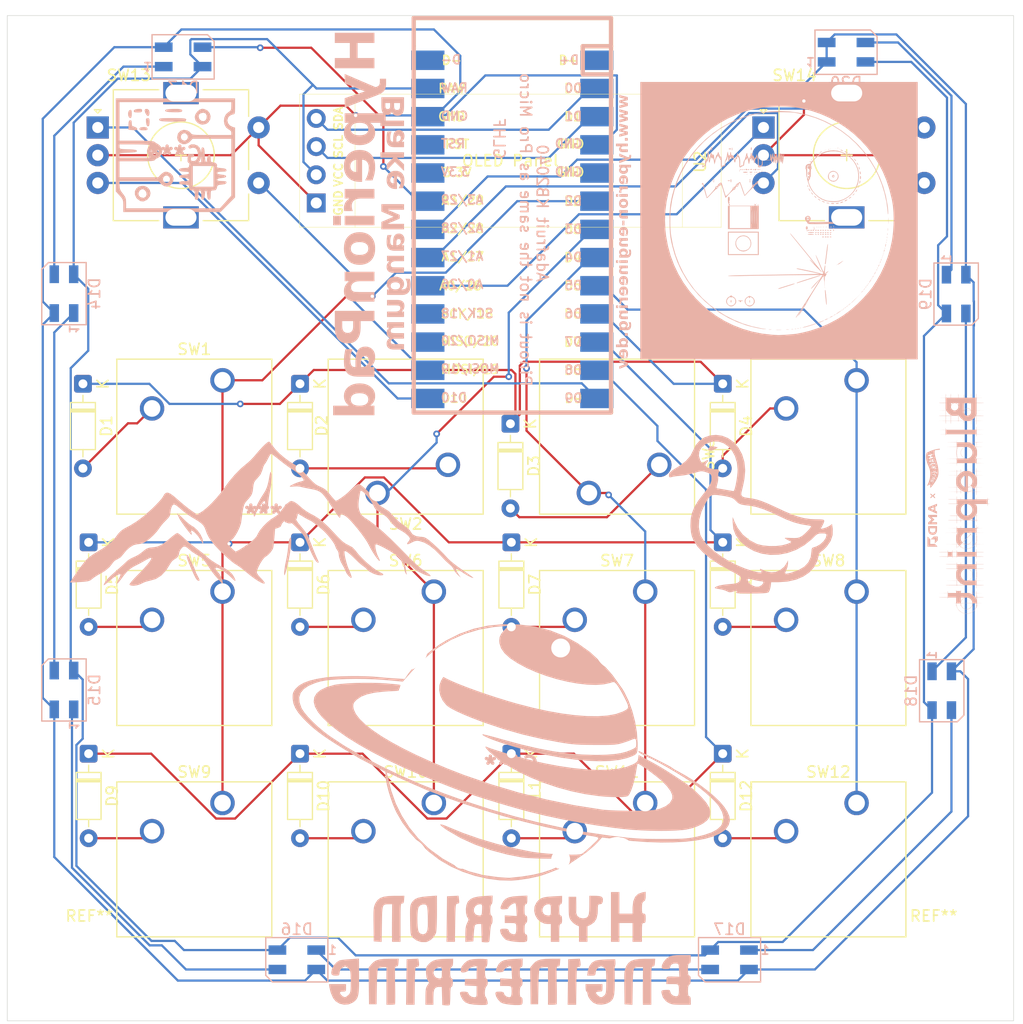
<source format=kicad_pcb>
(kicad_pcb (version 20241229) (generator "pcbnew") (generator_version "9.0")
  (layers (0 "F.Cu" signal) (2 "B.Cu" signal) (13 "F.Paste" user) (15 "B.Paste" user) (5 "F.SilkS" user "F.Silkscreen") (7 "B.SilkS" user "B.Silkscreen") (1 "F.Mask" user) (3 "B.Mask" user) (25 "Edge.Cuts" user))
  (net 0 "")
  (net 1 "Net-(D1-A)")
  (net 2 "D6")
  (net 3 "Net-(D2-A)")
  (net 4 "Net-(D3-A)")
  (net 5 "Net-(D4-A)")
  (net 6 "D1")
  (net 7 "Net-(D5-A)")
  (net 8 "Net-(D6-A)")
  (net 9 "Net-(D7-A)")
  (net 10 "Net-(D8-A)")
  (net 11 "D8")
  (net 12 "Net-(D9-A)")
  (net 13 "Net-(D10-A)")
  (net 14 "Net-(D11-A)")
  (net 15 "Net-(D12-A)")
  (net 16 "D0")
  (net 17 "PWR")
  (net 18 "A3{slash}D29")
  (net 19 "Net-(D13-DOUT)")
  (net 20 "Net-(D14-DOUT)")
  (net 21 "Net-(D15-DOUT)")
  (net 22 "Net-(D16-DOUT)")
  (net 23 "Net-(D17-DOUT)")
  (net 24 "Net-(D18-DOUT)")
  (net 25 "Net-(D19-DOUT)")
  (net 26 "D2")
  (net 27 "D3")
  (net 28 "D4")
  (net 29 "D5")
  (net 30 "MOSI{slash}D19")
  (net 31 "D9")
  (net 32 "D10")
  (net 33 "GND")
  (net 34 "A0{slash}D26")
  (net 35 "A2{slash}D28")
  (net 37 "A1{slash}D27")
  (net 38 "D7")
  (footprint "Rotary_Encoder:RotaryEncoder_Alps_EC11E-Switch_Vertical_H20mm" (layer "F.Cu") (at 103.0575 65.985)
    (property "Reference" "SW13")
    (property "Value" "RotaryEncoder_Switch")
  )
  (footprint "MountingHole:MountingHole_3.5mm" (layer "F.Cu") (at 178.4 141.5)
    (property "Reference" "REF**")
    (property "Value" "MountingHole_3.5mm")
  )
  (footprint "MountingHole:MountingHole_3.5mm" (layer "F.Cu") (at 110.3 79.9)
    (property "Reference" "REF**" (hide yes))
    (property "Value" "MountingHole_3.5mm")
  )
  (footprint "MountingHole:MountingHole_3.5mm" (layer "F.Cu") (at 170.3 80)
    (property "Reference" "REF**" (hide yes))
    (property "Value" "MountingHole_3.5mm")
  )
  (footprint "Diode_THT:D_DO-35_SOD27_P7.62mm_Horizontal" (layer "F.Cu") (at 159.385 122.425 -90)
    (property "Reference" "D12")
    (property "Value" "1N4148")
  )
  (footprint "Button_Switch_Keyboard:SW_Cherry_MX_1.00u_PCB" (layer "F.Cu") (at 171.45 126.87)
    (property "Reference" "SW12")
    (property "Value" "SW_Push")
  )
  (footprint "KiCad-SSD1306-0.91-OLED-4pin-128x32:SSD1306-0.91-OLED-4pin-128x32" (layer "F.Cu") (at 159.25 74.98 180)
    (property "Reference" "U2")
    (property "Value" "0.91 inch OLED")
  )
  (footprint "Diode_THT:D_DO-35_SOD27_P7.62mm_Horizontal" (layer "F.Cu") (at 140.335 103.375 -90)
    (property "Reference" "D7")
    (property "Value" "1N4148")
  )
  (footprint "Button_Switch_Keyboard:SW_Cherry_MX_1.00u_PCB" (layer "F.Cu") (at 133.35 107.82)
    (property "Reference" "SW6")
    (property "Value" "SW_Push")
  )
  (footprint "Diode_THT:D_DO-35_SOD27_P7.62mm_Horizontal" (layer "F.Cu") (at 102.235 122.425 -90)
    (property "Reference" "D9")
    (property "Value" "1N4148")
  )
  (footprint "Diode_THT:D_DO-35_SOD27_P7.62mm_Horizontal" (layer "F.Cu") (at 121.285 122.425 -90)
    (property "Reference" "D10")
    (property "Value" "1N4148")
  )
  (footprint "Button_Switch_Keyboard:SW_Cherry_MX_1.00u_PCB" (layer "F.Cu") (at 171.45 107.82)
    (property "Reference" "SW8")
    (property "Value" "SW_Push")
  )
  (footprint "Button_Switch_Keyboard:SW_Cherry_MX_1.00u_PCB" (layer "F.Cu") (at 114.3 126.87)
    (property "Reference" "SW9")
    (property "Value" "SW_Push")
  )
  (footprint "Diode_THT:D_DO-35_SOD27_P7.62mm_Horizontal" (layer "F.Cu") (at 102.235 103.375 -90)
    (property "Reference" "D5")
    (property "Value" "1N4148")
  )
  (footprint "Button_Switch_Keyboard:SW_Cherry_MX_1.00u_PCB" (layer "F.Cu") (at 128.27 98.93 180)
    (property "Reference" "SW2")
    (property "Value" "SW_Push")
  )
  (footprint "Rotary_Encoder:RotaryEncoder_Alps_EC11E-Switch_Vertical_H20mm" (layer "F.Cu") (at 163.0575 65.985)
    (property "Reference" "SW14")
    (property "Value" "RotaryEncoder_Switch")
  )
  (footprint "Diode_THT:D_DO-35_SOD27_P7.62mm_Horizontal" (layer "F.Cu") (at 159.385 103.375 -90)
    (property "Reference" "D8")
    (property "Value" "1N4148")
  )
  (footprint "Button_Switch_Keyboard:SW_Cherry_MX_1.00u_PCB" (layer "F.Cu") (at 147.32 98.93 180)
    (property "Reference" "SW3")
    (property "Value" "SW_Push")
  )
  (footprint "Diode_THT:D_DO-35_SOD27_P7.62mm_Horizontal" (layer "F.Cu") (at 121.285 89.0875 -90)
    (property "Reference" "D2")
    (property "Value" "1N4148")
  )
  (footprint "MountingHole:MountingHole_3.5mm" (layer "F.Cu") (at 102.3 141.5)
    (property "Reference" "REF**")
    (property "Value" "MountingHole_3.5mm")
  )
  (footprint "Button_Switch_Keyboard:SW_Cherry_MX_1.00u_PCB" (layer "F.Cu") (at 152.4 107.82)
    (property "Reference" "SW7")
    (property "Value" "SW_Push")
  )
  (footprint "Button_Switch_Keyboard:SW_Cherry_MX_1.00u_PCB" (layer "F.Cu") (at 114.3 88.77)
    (property "Reference" "SW1")
    (property "Value" "SW_Push")
  )
  (footprint "Diode_THT:D_DO-35_SOD27_P7.62mm_Horizontal" (layer "F.Cu") (at 121.285 103.375 -90)
    (property "Reference" "D6")
    (property "Value" "1N4148")
  )
  (footprint "Button_Switch_Keyboard:SW_Cherry_MX_1.00u_PCB" (layer "F.Cu") (at 152.4 126.87)
    (property "Reference" "SW11")
    (property "Value" "SW_Push")
  )
  (footprint "Diode_THT:D_DO-35_SOD27_P7.62mm_Horizontal" (layer "F.Cu") (at 140.25 92.69 -90)
    (property "Reference" "D3")
    (property "Value" "1N4148")
  )
  (footprint "Button_Switch_Keyboard:SW_Cherry_MX_1.00u_PCB" (layer "F.Cu") (at 133.35 126.87)
    (property "Reference" "SW10")
    (property "Value" "SW_Push")
  )
  (footprint "Button_Switch_Keyboard:SW_Cherry_MX_1.00u_PCB" (layer "F.Cu") (at 171.45 88.77)
    (property "Reference" "SW4")
    (property "Value" "SW_Push")
  )
  (footprint "Diode_THT:D_DO-35_SOD27_P7.62mm_Horizontal" (layer "F.Cu") (at 159.385 89.0875 -90)
    (property "Reference" "D4")
    (property "Value" "1N4148")
  )
  (footprint "Button_Switch_Keyboard:SW_Cherry_MX_1.00u_PCB" (layer "F.Cu") (at 114.3 107.82)
    (property "Reference" "SW5")
    (property "Value" "SW_Push")
  )
  (footprint "Diode_THT:D_DO-35_SOD27_P7.62mm_Horizontal" (layer "F.Cu") (at 140.335 122.425 -90)
    (property "Reference" "D11")
    (property "Value" "1N4148")
  )
  (footprint "Diode_THT:D_DO-35_SOD27_P7.62mm_Horizontal" (layer "F.Cu") (at 101.7225 89.0875 -90)
    (property "Reference" "D1")
    (property "Value" "1N4148")
  )
  (footprint "LOGO" (layer "B.Cu") (at 118.745 100.835 180)
    (property "Reference" "G***")
    (property "Value" "LOGO" (hide yes))
  )
  (footprint "LED_SMD:LED_SK6812MINI_PLCC4_3.5x3.5mm_P1.75mm" (layer "B.Cu") (at 160 141 180)
    (property "Reference" "D17")
    (property "Value" "SK6812MINI")
  )
  (footprint "LOGO" (layer "B.Cu") (at 140.335 123.465 180)
    (property "Reference" "G***")
    (property "Value" "LOGO" (hide yes))
  )
  (footprint "LED_SMD:LED_SK6812MINI_PLCC4_3.5x3.5mm_P1.75mm" (layer "B.Cu") (at 110.75 59.625)
    (property "Reference" "D13")
    (property "Value" "SK6812MINI")
  )
  (footprint "LOGO" (layer "B.Cu") (at 164.4575 74.385 180)
    (property "Reference" "G***" (hide yes))
    (property "Value" "LOGO" (hide yes))
  )
  (footprint "LOGO" (layer "B.Cu") (at 180.8 99.9 -90)
    (property "Reference" "G***" (hide yes))
    (property "Value" "LOGO" (hide yes))
  )
  (footprint "kb2040:kb2040" (layer "B.Cu") (at 140.4225 73.9 180)
    (property "Reference" "U1" (hide yes))
    (property "Value" "kb2040" (hide yes))
  )
  (footprint "LED_SMD:LED_SK6812MINI_PLCC4_3.5x3.5mm_P1.75mm" (layer "B.Cu") (at 180.425 81 -90)
    (property "Reference" "D19")
    (property "Value" "SK6812MINI")
  )
  (footprint "LED_SMD:LED_SK6812MINI_PLCC4_3.5x3.5mm_P1.75mm" (layer "B.Cu") (at 121 141 180)
    (property "Reference" "D16")
    (property "Value" "SK6812MINI")
  )
  (footprint "LOGO" (layer "B.Cu") (at 110.0575 68.485 180)
    (property "Reference" "G***")
    (property "Value" "LOGO" (hide yes))
  )
  (footprint "LED_SMD:LED_SK6812MINI_PLCC4_3.5x3.5mm_P1.75mm" (layer "B.Cu") (at 170.5 59.2)
    (property "Reference" "D20")
    (property "Value" "SK6812MINI")
  )
  (footprint "LED_SMD:LED_SK6812MINI_PLCC4_3.5x3.5mm_P1.75mm" (layer "B.Cu") (at 100.0125 80.9625 90)
    (property "Reference" "D14")
    (property "Value" "SK6812MINI")
  )
  (footprint "LED_SMD:LED_SK6812MINI_PLCC4_3.5x3.5mm_P1.75mm" (layer "B.Cu") (at 179.125 116.75 -90)
    (property "Reference" "D18")
    (property "Value" "SK6812MINI")
  )
  (footprint "LED_SMD:LED_SK6812MINI_PLCC4_3.5x3.5mm_P1.75mm" (layer "B.Cu") (at 100.0125 116.68125 90)
    (property "Reference" "D15")
    (property "Value" "SK6812MINI")
  )
  (footprint "LOGO" (layer "B.Cu") (at 161.925 100.835 180)
    (property "Reference" "G***" (hide yes))
    (property "Value" "LOGO" (hide yes))
  )
  (gr_rect (start 94.9 55.9) (end 185.6 146.5) (stroke (width 0.05)) (fill no) (layer "Edge.Cuts"))
  (gr_text "www.hyperion-engineering.dev" (at 151 63 90) (layer "B.SilkS") (effects (font (size 1 1) (thickness 0.1)) (justify left bottom mirror)))
  (gr_text "Blake Mangum" (at 131 63 90) (layer "B.SilkS") (effects (font (size 2 2) (thickness 0.1)) (justify left bottom mirror)))
  (gr_text "HyperionPad" (at 128.5875 57 90) (layer "B.SilkS") (effects (font (size 3.5 3.5) (thickness 0.1)) (justify left bottom mirror)))
  (segment (start 105.781 92.649) (end 106.611 92.649) (width 0.2) (layer "F.Cu") (net 1))
  (segment (start 106.611 92.649) (end 107.95 91.31) (width 0.2) (layer "F.Cu") (net 1))
  (segment (start 101.7225 96.7075) (end 105.781 92.649) (width 0.2) (layer "F.Cu") (net 1))
  (segment (start 140.701 88.198357) (end 140.348943 87.8463) (width 0.2) (layer "F.Cu") (net 2))
  (segment (start 140.25 92.69) (end 140.701 92.239) (width 0.2) (layer "F.Cu") (net 2))
  (segment (start 141.099 87.451057) (end 141.099 91.841) (width 0.2) (layer "F.Cu") (net 2))
  (segment (start 159.385 89.0875) (end 157.3965 87.099) (width 0.2) (layer "F.Cu") (net 2))
  (segment (start 157.3965 87.099) (end 141.451057 87.099) (width 0.2) (layer "F.Cu") (net 2))
  (segment (start 141.451057 87.099) (end 141.099 87.451057) (width 0.2) (layer "F.Cu") (net 2))
  (segment (start 140.348943 87.8463) (end 122.5262 87.8463) (width 0.2) (layer "F.Cu") (net 2))
  (segment (start 122.5262 87.8463) (end 121.285 89.0875) (width 0.2) (layer "F.Cu") (net 2))
  (segment (start 140.701 92.239) (end 140.701 88.198357) (width 0.2) (layer "F.Cu") (net 2))
  (segment (start 121.285 89.0875) (end 119.4725 90.9) (width 0.2) (layer "F.Cu") (net 2))
  (segment (start 141.099 91.841) (end 140.25 92.69) (width 0.2) (layer "F.Cu") (net 2))
  (segment (start 119.4725 90.9) (end 115.9 90.9) (width 0.2) (layer "F.Cu") (net 2))
  (via (at 115.9 90.9) (size 0.6) (drill 0.3) (layers "F.Cu" "B.Cu") (net 2))
  (segment (start 154.9637 89.0875) (end 159.385 89.0875) (width 0.2) (layer "B.Cu") (net 2))
  (segment (start 148.6662 82.79) (end 154.9637 89.0875) (width 0.2) (layer "B.Cu") (net 2))
  (segment (start 115.9 90.9) (end 109.521314 90.9) (width 0.2) (layer "B.Cu") (net 2))
  (segment (start 109.521314 90.9) (end 107.708814 89.0875) (width 0.2) (layer "B.Cu") (net 2))
  (segment (start 148.0425 82.79) (end 148.6662 82.79) (width 0.2) (layer "B.Cu") (net 2))
  (segment (start 107.708814 89.0875) (end 101.7225 89.0875) (width 0.2) (layer "B.Cu") (net 2))
  (segment (start 134.3025 96.7075) (end 134.62 96.39) (width 0.2) (layer "F.Cu") (net 3))
  (segment (start 121.285 96.7075) (end 134.3025 96.7075) (width 0.2) (layer "F.Cu") (net 3))
  (segment (start 141.049999 101.109999) (end 148.950001 101.109999) (width 0.2) (layer "F.Cu") (net 4))
  (segment (start 148.950001 101.109999) (end 153.67 96.39) (width 0.2) (layer "F.Cu") (net 4))
  (segment (start 140.25 100.31) (end 141.049999 101.109999) (width 0.2) (layer "F.Cu") (net 4))
  (segment (start 163.65113 91.31) (end 165.1 91.31) (width 0.2) (layer "F.Cu") (net 5))
  (segment (start 159.385 95.57613) (end 163.65113 91.31) (width 0.2) (layer "F.Cu") (net 5))
  (segment (start 159.385 96.7075) (end 159.385 95.57613) (width 0.2) (layer "F.Cu") (net 5))
  (segment (start 148.0425 65.01) (end 147.4188 65.01) (width 0.2) (layer "B.Cu") (net 6))
  (segment (start 147.4188 65.01) (end 143.7015 68.7273) (width 0.2) (layer "B.Cu") (net 6))
  (segment (start 143.7015 68.7273) (end 123.7673 68.7273) (width 0.2) (layer "B.Cu") (net 6))
  (segment (start 123.7673 68.7273) (end 122.75 67.71) (width 0.2) (layer "B.Cu") (net 6))
  (segment (start 102.235 110.995) (end 107.315 110.995) (width 0.2) (layer "F.Cu") (net 7))
  (segment (start 107.315 110.995) (end 107.95 110.36) (width 0.2) (layer "F.Cu") (net 7))
  (segment (start 121.285 110.995) (end 126.365 110.995) (width 0.2) (layer "F.Cu") (net 8))
  (segment (start 126.365 110.995) (end 127 110.36) (width 0.2) (layer "F.Cu") (net 8))
  (segment (start 145.415 110.995) (end 146.05 110.36) (width 0.2) (layer "F.Cu") (net 9))
  (segment (start 140.335 110.995) (end 145.415 110.995) (width 0.2) (layer "F.Cu") (net 9))
  (segment (start 159.385 110.995) (end 164.465 110.995) (width 0.2) (layer "F.Cu") (net 10))
  (segment (start 164.465 110.995) (end 165.1 110.36) (width 0.2) (layer "F.Cu") (net 10))
  (segment (start 102.235 122.425) (end 107.873686 122.425) (width 0.2) (layer "F.Cu") (net 11))
  (segment (start 145.973686 122.425) (end 151.819686 128.271) (width 0.2) (layer "F.Cu") (net 11))
  (segment (start 132.769686 128.271) (end 134.489 128.271) (width 0.2) (layer "F.Cu") (net 11))
  (segment (start 113.719686 128.271) (end 115.439 128.271) (width 0.2) (layer "F.Cu") (net 11))
  (segment (start 126.923686 122.425) (end 132.769686 128.271) (width 0.2) (layer "F.Cu") (net 11))
  (segment (start 151.819686 128.271) (end 153.539 128.271) (width 0.2) (layer "F.Cu") (net 11))
  (segment (start 115.439 128.271) (end 121.285 122.425) (width 0.2) (layer "F.Cu") (net 11))
  (segment (start 153.539 128.271) (end 159.385 122.425) (width 0.2) (layer "F.Cu") (net 11))
  (segment (start 121.285 122.425) (end 126.923686 122.425) (width 0.2) (layer "F.Cu") (net 11))
  (segment (start 140.335 122.425) (end 145.973686 122.425) (width 0.2) (layer "F.Cu") (net 11))
  (segment (start 107.873686 122.425) (end 113.719686 128.271) (width 0.2) (layer "F.Cu") (net 11))
  (segment (start 134.489 128.271) (end 140.335 122.425) (width 0.2) (layer "F.Cu") (net 11))
  (segment (start 157.883 120.923) (end 159.385 122.425) (width 0.2) (layer "B.Cu") (net 11))
  (segment (start 148.0425 87.87) (end 148.4808 87.87) (width 0.2) (layer "B.Cu") (net 11))
  (segment (start 148.4808 87.87) (end 153.5 92.8892) (width 0.2) (layer "B.Cu") (net 11))
  (segment (start 153.5 92.8892) (end 153.5 94.238686) (width 0.2) (layer "B.Cu") (net 11))
  (segment (start 157.883 98.621686) (end 157.883 120.923) (width 0.2) (layer "B.Cu") (net 11))
  (segment (start 153.5 94.238686) (end 157.883 98.621686) (width 0.2) (layer "B.Cu") (net 11))
  (segment (start 102.235 130.045) (end 107.315 130.045) (width 0.2) (layer "F.Cu") (net 12))
  (segment (start 107.315 130.045) (end 107.95 129.41) (width 0.2) (layer "F.Cu") (net 12))
  (segment (start 126.365 130.045) (end 127 129.41) (width 0.2) (layer "F.Cu") (net 13))
  (segment (start 121.285 130.045) (end 126.365 130.045) (width 0.2) (layer "F.Cu") (net 13))
  (segment (start 140.335 130.045) (end 145.415 130.045) (width 0.2) (layer "F.Cu") (net 14))
  (segment (start 145.415 130.045) (end 146.05 129.41) (width 0.2) (layer "F.Cu") (net 14))
  (segment (start 159.385 130.045) (end 164.465 130.045) (width 0.2) (layer "F.Cu") (net 15))
  (segment (start 164.465 130.045) (end 165.1 129.41) (width 0.2) (layer "F.Cu") (net 15))
  (segment (start 147.4188 62.47) (end 143.7015 66.1873) (width 0.2) (layer "B.Cu") (net 16))
  (segment (start 123.7673 66.1873) (end 122.75 65.17) (width 0.2) (layer "B.Cu") (net 16))
  (segment (start 143.7015 66.1873) (end 123.7673 66.1873) (width 0.2) (layer "B.Cu") (net 16))
  (segment (start 148.0425 62.47) (end 147.4188 62.47) (width 0.2) (layer "B.Cu") (net 16))
  (segment (start 101.134 121.63984) (end 101.134 132.534) (width 0.2) (layer "B.Cu") (net 17))
  (segment (start 110.825 140.125) (end 119.25 140.125) (width 0.2) (layer "B.Cu") (net 17))
  (segment (start 102.2 80.525) (end 102.2 86.1) (width 0.2) (layer "B.Cu") (net 17))
  (segment (start 120.375 139) (end 124.7 139) (width 0.2) (layer "B.Cu") (net 17))
  (segment (start 177.524 117.774) (end 177.524 84.776) (width 0.2) (layer "B.Cu") (net 17))
  (segment (start 118.3253 58.024) (end 111.5 58.024) (width 0.2) (layer "B.Cu") (net 17))
  (segment (start 101.7 121.07384) (end 101.134 121.63984) (width 0.2) (layer "B.Cu") (net 17))
  (segment (start 112.5 60.5) (end 111.416 61.584) (width 0.2) (layer "B.Cu") (net 17))
  (segment (start 111.399 59.399) (end 112.5 60.5) (width 0.2) (layer "B.Cu") (net 17))
  (segment (start 122.7713 62.47) (end 122.45065 62.14935) (width 0.2) (layer "B.Cu") (net 17))
  (segment (start 158.25 140.125) (end 158.976 139.399) (width 0.2) (layer "B.Cu") (net 17))
  (segment (start 122.45065 62.14935) (end 121.599 63.001) (width 0.2) (layer "B.Cu") (net 17))
  (segment (start 100.8875 114.93125) (end 101.7 115.74375) (width 0.2) (layer "B.Cu") (net 17))
  (segment (start 157.775 140.6) (end 158.25 140.125) (width 0.2) (layer "B.Cu") (net 17))
  (segment (start 119.25 140.125) (end 120.375 139) (width 0.2) (layer "B.Cu") (net 17))
  (segment (start 104.8565 61.584) (end 100.8875 65.553) (width 0.2) (layer "B.Cu") (net 17))
  (segment (start 178.25 125.934816) (end 178.25 118.5) (width 0.2) (layer "B.Cu") (net 17))
  (segment (start 100.8875 79.2125) (end 102.2 80.525) (width 0.2) (layer "B.Cu") (net 17))
  (segment (start 100.6215 114.66525) (end 100.8875 114.93125) (width 0.2) (layer "B.Cu") (net 17))
  (segment (start 101.134 132.534) (end 107.9 139.3) (width 0.2) (layer "B.Cu") (net 17))
  (segment (start 132.8025 62.47) (end 122.7713 62.47) (width 0.2) (layer "B.Cu") (net 17))
  (segment (start 164.785816 139.399) (end 178.25 125.934816) (width 0.2) (layer "B.Cu") (net 17))
  (segment (start 121.599 69.099) (end 122.75 70.25) (width 0.2) (layer "B.Cu") (net 17))
  (segment (start 110 139.3) (end 110.825 140.125) (width 0.2) (layer "B.Cu") (net 17))
  (segment (start 102.2 86.1) (end 100.6215 87.6785) (width 0.2) (layer "B.Cu") (net 17))
  (segment (start 179.6 75.8) (end 179.6 63.3) (width 0.2) (layer "B.Cu") (net 17))
  (segment (start 179.55 82.75) (end 178.8 82) (width 0.2) (layer "B.Cu") (net 17))
  (segment (start 107.9 139.3) (end 110 139.3) (width 0.2) (layer "B.Cu") (net 17))
  (segment (start 178.8 76.6) (end 179.6 75.8) (width 0.2) (layer "B.Cu") (net 17))
  (segment (start 179.6 63.3) (end 176.375 60.075) (width 0.2) (layer "B.Cu") (net 17))
  (segment (start 178.25 118.5) (end 177.524 117.774) (width 0.2) (layer "B.Cu") (net 17))
  (segment (start 126.3 140.6) (end 157.775 140.6) (width 0.2) (layer "B.Cu") (net 17))
  (segment (start 158.976 139.399) (end 164.785816 139.399) (width 0.2) (layer "B.Cu") (net 17))
  (segment (start 122.45065 62.14935) (end 118.3253 58.024) (width 0.2) (layer "B.Cu") (net 17))
  (segment (start 111.399 58.125) (end 111.399 59.399) (width 0.2) (layer "B.Cu") (net 17))
  (segment (start 111.416 61.584) (end 104.8565 61.584) (width 0.2) (layer "B.Cu") (net 17))
  (segment (start 124.7 139) (end 126.3 140.6) (width 0.2) (layer "B.Cu") (net 17))
  (segment (start 177.524 84.776) (end 179.55 82.75) (width 0.2) (layer "B.Cu") (net 17))
  (segment (start 111.5 58.024) (end 111.399 58.125) (width 0.2) (layer "B.Cu") (net 17))
  (segment (start 101.7 115.74375) (end 101.7 121.07384) (width 0.2) (layer "B.Cu") (net 17))
  (segment (start 121.599 63.001) (end 121.599 69.099) (width 0.2) (layer "B.Cu") (net 17))
  (segment (start 176.375 60.075) (end 172.25 60.075) (width 0.2) (layer "B.Cu") (net 17))
  (segment (start 100.8875 65.553) (end 100.8875 79.2125) (width 0.2) (layer "B.Cu") (net 17))
  (segment (start 178.8 82) (end 178.8 76.6) (width 0.2) (layer "B.Cu") (net 17))
  (segment (start 100.6215 87.6785) (end 100.6215 114.66525) (width 0.2) (layer "B.Cu") (net 17))
  (segment (start 117.7 58.8) (end 122.298 58.8) (width 0.2) (layer "F.Cu") (net 18))
  (segment (start 122.298 58.8) (end 128.8 65.302) (width 0.2) (layer "F.Cu") (net 18))
  (segment (start 128.8 65.302) (end 128.8 69.5) (width 0.2) (layer "F.Cu") (net 18))
  (via (at 128.8 69.5) (size 0.6) (drill 0.3) (layers "F.Cu" "B.Cu") (net 18))
  (via (at 117.7 58.8) (size 0.6) (drill 0.3) (layers "F.Cu" "B.Cu") (net 18))
  (segment (start 117.65 58.75) (end 117.7 58.8) (width 0.2) (layer "B.Cu") (net 18))
  (segment (start 112.5 58.75) (end 117.65 58.75) (width 0.2) (layer "B.Cu") (net 18))
  (segment (start 128.8 69.5) (end 131.93 72.63) (width 0.2) (layer "B.Cu") (net 18))
  (segment (start 131.93 72.63) (end 132.8025 72.63) (width 0.2) (layer "B.Cu") (net 18))
  (segment (start 105.3734 60.5) (end 109 60.5) (width 0.2) (layer "B.Cu") (net 19))
  (segment (start 99.1375 66.7359) (end 105.3734 60.5) (width 0.2) (layer "B.Cu") (net 19))
  (segment (start 99.1375 79.2125) (end 99.1375 66.7359) (width 0.2) (layer "B.Cu") (net 19))
  (segment (start 99.1375 84.4625) (end 100.8875 82.7125) (width 0.2) (layer "B.Cu") (net 20))
  (segment (start 99.1375 114.93125) (end 99.1375 84.4625) (width 0.2) (layer "B.Cu") (net 20))
  (segment (start 100.733 118.58575) (end 100.8875 118.43125) (width 0.2) (layer "B.Cu") (net 21))
  (segment (start 100.733 132.7001) (end 100.733 118.58575) (width 0.2) (layer "B.Cu") (net 21))
  (segment (start 111.0079 141.875) (end 108.8339 139.701) (width 0.2) (layer "B.Cu") (net 21))
  (segment (start 119.25 141.875) (end 111.0079 141.875) (width 0.2) (layer "B.Cu") (net 21))
  (segment (start 108.8339 139.701) (end 107.7339 139.701) (width 0.2) (layer "B.Cu") (net 21))
  (segment (start 107.7339 139.701) (end 100.733 132.7001) (width 0.2) (layer "B.Cu") (net 21))
  (segment (start 158.25 141.875) (end 124.5 141.875) (width 0.2) (layer "B.Cu") (net 22))
  (segment (start 124.5 141.875) (end 122.75 140.125) (width 0.2) (layer "B.Cu") (net 22))
  (segment (start 167.51347 140.125) (end 161.75 140.125) (width 0.2) (layer "B.Cu") (net 23))
  (segment (start 180 118.5) (end 180 127.63847) (width 0.2) (layer "B.Cu") (net 23))
  (segment (start 180 127.63847) (end 167.51347 140.125) (width 0.2) (layer "B.Cu") (net 23))
  (segment (start 181.3 111.95) (end 178.25 115) (width 0.2) (layer "B.Cu") (net 24))
  (segment (start 181.3 82.75) (end 181.3 111.95) (width 0.2) (layer "B.Cu") (net 24))
  (segment (start 180.001 78.799) (end 179.55 79.25) (width 0.2) (layer "B.Cu") (net 25))
  (segment (start 172.25 58.325) (end 175.1921 58.325) (width 0.2) (layer "B.Cu") (net 25))
  (segment (start 175.1921 58.325) (end 180.001 63.1339) (width 0.2) (layer "B.Cu") (net 25))
  (segment (start 180.001 63.1339) (end 180.001 78.799) (width 0.2) (layer "B.Cu") (net 25))
  (segment (start 117.891263 88.77) (end 114.3 88.77) (width 0.2) (layer "F.Cu") (net 26))
  (segment (start 114.3 88.77) (end 114.3 107.82) (width 0.2) (layer "F.Cu") (net 26))
  (segment (start 114.3 88.92875) (end 114.14125 89.0875) (width 0.2) (layer "F.Cu") (net 26))
  (segment (start 114.3 107.82) (end 114.3 126.87) (width 0.2) (layer "F.Cu") (net 26))
  (segment (start 125.461263 81.2) (end 117.891263 88.77) (width 0.2) (layer "F.Cu") (net 26))
  (segment (start 127.8 81.2) (end 125.461263 81.2) (width 0.2) (layer "F.Cu") (net 26))
  (segment (start 114.3 88.77) (end 114.3 88.92875) (width 0.2) (layer "F.Cu") (net 26))
  (via (at 127.8 81.2) (size 0.6) (drill 0.3) (layers "F.Cu" "B.Cu") (net 26))
  (segment (start 140.8608 72.63) (end 134.4181 79.0727) (width 0.2) (layer "B.Cu") (net 26))
  (segment (start 148.0425 72.63) (end 140.8608 72.63) (width 0.2) (layer "B.Cu") (net 26))
  (segment (start 129.9273 79.0727) (end 127.8 81.2) (width 0.2) (layer "B.Cu") (net 26))
  (segment (start 134.4181 79.0727) (end 129.9273 79.0727) (width 0.2) (layer "B.Cu") (net 26))
  (segment (start 128.27 98.93) (end 128.27 102.74) (width 0.2) (layer "F.Cu") (net 27))
  (segment (start 138.7527 88.4473) (end 133.6 93.6) (width 0.2) (layer "F.Cu") (net 27))
  (segment (start 133.35 107.82) (end 133.35 126.87) (width 0.2) (layer "F.Cu") (net 27))
  (segment (start 140.1 88.4473) (end 138.7527 88.4473) (width 0.2) (layer "F.Cu") (net 27))
  (segment (start 128.27 102.74) (end 133.35 107.82) (width 0.2) (layer "F.Cu") (net 27))
  (via (at 140.1 88.4473) (size 0.6) (drill 0.3) (layers "F.Cu" "B.Cu") (net 27))
  (via (at 133.6 93.6) (size 0.6) (drill 0.3) (layers "F.Cu" "B.Cu") (net 27))
  (segment (start 147.6042 75.17) (end 140.1 82.6742) (width 0.2) (layer "B.Cu") (net 27))
  (segment (start 140.1 82.6742) (end 140.1 88.4473) (width 0.2) (layer "B.Cu") (net 27))
  (segment (start 133.6 93.6) (end 133.6 94.384816) (width 0.2) (layer "B.Cu") (net 27))
  (segment (start 129.054816 98.93) (end 128.27 98.93) (width 0.2) (layer "B.Cu") (net 27))
  (segment (start 133.6 94.384816) (end 129.054816 98.93) (width 0.2) (layer "B.Cu") (net 27))
  (segment (start 148.0425 75.17) (end 147.6042 75.17) (width 0.2) (layer "B.Cu") (net 27))
  (segment (start 148.93 98.93) (end 149.1 99.1) (width 0.2) (layer "F.Cu") (net 28))
  (segment (start 141.7 87.7) (end 141.7 93.31) (width 0.2) (layer "F.Cu") (net 28))
  (segment (start 141.7 93.31) (end 147.32 98.93) (width 0.2) (layer "F.Cu") (net 28))
  (segment (start 147.32 98.93) (end 148.93 98.93) (width 0.2) (layer "F.Cu") (net 28))
  (segment (start 152.4 107.82) (end 152.4 126.87) (width 0.2) (layer "F.Cu") (net 28))
  (via (at 149.1 99.1) (size 0.6) (drill 0.3) (layers "F.Cu" "B.Cu") (net 28))
  (via (at 141.7 87.7) (size 0.6) (drill 0.3) (layers "F.Cu" "B.Cu") (net 28))
  (segment (start 149.1 99.1) (end 152.4 102.4) (width 0.2) (layer "B.Cu") (net 28))
  (segment (start 147.4188 77.71) (end 141.7 83.4288) (width 0.2) (layer "B.Cu") (net 28))
  (segment (start 148.0425 77.71) (end 147.4188 77.71) (width 0.2) (layer "B.Cu") (net 28))
  (segment (start 141.7 83.4288) (end 141.7 87.7) (width 0.2) (layer "B.Cu") (net 28))
  (segment (start 152.4 102.4) (end 152.4 107.82) (width 0.2) (layer "B.Cu") (net 28))
  (segment (start 166.7 82.4) (end 171.45 87.15) (width 0.2) (layer "B.Cu") (net 29))
  (segment (start 171.45 88.77) (end 171.45 107.82) (width 0.2) (layer "B.Cu") (net 29))
  (segment (start 171.45 107.82) (end 171.45 126.87) (width 0.2) (layer "B.Cu") (net 29))
  (segment (start 148.6662 80.25) (end 150.8162 82.4) (width 0.2) (layer "B.Cu") (net 29))
  (segment (start 171.45 87.15) (end 171.45 88.77) (width 0.2) (layer "B.Cu") (net 29))
  (segment (start 150.8162 82.4) (end 166.7 82.4) (width 0.2) (layer "B.Cu") (net 29))
  (segment (start 148.0425 80.25) (end 148.6662 80.25) (width 0.2) (layer "B.Cu") (net 29))
  (segment (start 117.646263 70.985) (end 117.5575 70.985) (width 0.2) (layer "B.Cu") (net 30))
  (segment (start 132.3642 87.87) (end 125.791 81.2968) (width 0.2) (layer "B.Cu") (net 30))
  (segment (start 125.791 81.2968) (end 125.791 79.129737) (width 0.2) (layer "B.Cu") (net 30))
  (segment (start 132.8025 87.87) (end 132.3642 87.87) (width 0.2) (layer "B.Cu") (net 30))
  (segment (start 125.791 79.129737) (end 117.646263 70.985) (width 0.2) (layer "B.Cu") (net 30))
  (segment (start 146.6798 89.0473) (end 129.2889 89.0473) (width 0.2) (layer "B.Cu") (net 31))
  (segment (start 148.0425 90.41) (end 146.6798 89.0473) (width 0.2) (layer "B.Cu") (net 31))
  (segment (start 129.2889 89.0473) (end 106.2266 65.985) (width 0.2) (layer "B.Cu") (net 31))
  (segment (start 106.2266 65.985) (end 103.0575 65.985) (width 0.2) (layer "B.Cu") (net 31))
  (segment (start 130.0845 90.41) (end 110.6595 70.985) (width 0.2) (layer "B.Cu") (net 32))
  (segment (start 132.8025 90.41) (end 130.0845 90.41) (width 0.2) (layer "B.Cu") (net 32))
  (segment (start 110.6595 70.985) (end 103.0575 70.985) (width 0.2) (layer "B.Cu") (net 32))
  (segment (start 115.0575 68.485) (end 103.0575 68.485) (width 0.2) (layer "F.Cu") (net 33))
  (segment (start 166.7 63.6) (end 166.7 64.8425) (width 0.2) (layer "F.Cu") (net 33))
  (segment (start 119.5235 64.019) (end 117.5575 65.985) (width 0.2) (layer "F.Cu") (net 33))
  (segment (start 175.0575 68.485) (end 163.0575 68.485) (width 0.2) (layer "F.Cu") (net 33))
  (segment (start 122.75 72.79) (end 117.5575 67.5975) (width 0.2) (layer "F.Cu") (net 33))
  (segment (start 166.7 64.8425) (end 163.0575 68.485) (width 0.2) (layer "F.Cu") (net 33))
  (segment (start 177.5575 65.985) (end 175.0575 68.485) (width 0.2) (layer "F.Cu") (net 33))
  (segment (start 117.5575 67.5975) (end 117.5575 65.985) (width 0.2) (layer "F.Cu") (net 33))
  (segment (start 125.419 64.019) (end 119.5235 64.019) (width 0.2) (layer "F.Cu") (net 33))
  (segment (start 126.3 64.9) (end 125.419 64.019) (width 0.2) (layer "F.Cu") (net 33))
  (segment (start 117.5575 65.985) (end 115.0575 68.485) (width 0.2) (layer "F.Cu") (net 33))
  (via (at 126.3 64.9) (size 0.6) (drill 0.3) (layers "F.Cu" "B.Cu") (net 33))
  (via (at 166.7 63.6) (size 0.6) (drill 0.3) (layers "F.Cu" "B.Cu") (net 33))
  (segment (start 110.275 142.875) (end 121.75 142.875) (width 0.2) (layer "B.Cu") (net 33))
  (segment (start 98.101 117.39475) (end 99.1375 118.43125) (width 0.2) (layer "B.Cu") (net 33))
  (segment (start 98.101 65.199) (end 98.101 81.676) (width 0.2) (layer "B.Cu") (net 33))
  (segment (start 169.476 57.599) (end 168.75 58.325) (width 0.2) (layer "B.Cu") (net 33))
  (segment (start 135.73125 62.70495) (end 135.73125 59.53125) (width 0.2) (layer "B.Cu") (net 33))
  (segment (start 99.1375 131.7375) (end 110.275 142.875) (width 0.2) (layer "B.Cu") (net 33))
  (segment (start 180.8 115) (end 180 115) (width 0.2) (layer "B.Cu") (net 33))
  (segment (start 166.7 62.125) (end 166.7 63.6) (width 0.2) (layer "B.Cu") (net 33))
  (segment (start 132.6925 64.9) (end 126.3 64.9) (width 0.2) (layer "B.Cu") (net 33))
  (segment (start 137.9936 61.2927) (end 134.2763 65.01) (width 0.2) (layer "B.Cu") (net 33))
  (segment (start 99.1375 82.7125) (end 98.101 83.749) (width 0.2) (layer "B.Cu") (net 33))
  (segment (start 182 81.649) (end 182 79.95) (width 0.2) (layer "B.Cu") (net 33))
  (segment (start 175.0332 57.599) (end 169.476 57.599) (width 0.2) (layer "B.Cu") (net 33))
  (segment (start 182.026 81.649) (end 182 81.649) (width 0.2) (layer "B.Cu") (net 33))
  (segment (start 121.75 142.875) (end 122.75 141.875) (width 0.2) (layer "B.Cu") (net 33))
  (segment (start 182.026 83.851) (end 182.026 81.649) (width 0.2) (layer "B.Cu") (net 33))
  (segment (start 135.73125 59.53125) (end 133.35 57.15) (width 0.2) (layer "B.Cu") (net 33))
  (segment (start 149.8435 61.2927) (end 137.9936 61.2927) (width 0.2) (layer "B.Cu") (net 33))
  (segment (start 180 115) (end 182 113) (width 0.2) (layer "B.Cu") (net 33))
  (segment (start 123.75 142.875) (end 160.75 142.875) (width 0.2) (layer "B.Cu") (net 33))
  (segment (start 110.6 57.15) (end 109 58.75) (width 0.2) (layer "B.Cu") (net 33))
  (segment (start 168.75 60.075) (end 166.7 62.125) (width 0.2) (layer "B.Cu") (net 33))
  (segment (start 160.75 142.875) (end 161.75 141.875) (width 0.2) (layer "B.Cu") (net 33))
  (segment (start 132.8025 65.01) (end 132.3642 65.01) (width 0.2) (layer "B.Cu") (net 33))
  (segment (start 148.4808 67.55) (end 149.8435 66.1873) (width 0.2) (layer "B.Cu") (net 33))
  (segment (start 182 113) (end 182 83.851) (width 0.2) (layer "B.Cu") (net 33))
  (segment (start 181.5 128.0625) (end 181.5 115.7) (width 0.2) (layer "B.Cu") (net 33))
  (segment (start 149.8435 66.1873) (end 149.8435 61.2927) (width 0.2) (layer "B.Cu") (net 33))
  (segment (start 133.4262 65.01) (end 135.73125 62.70495) (width 0.2) (layer "B.Cu") (net 33))
  (segment (start 132.8025 65.01) (end 132.6925 64.9) (width 0.2) (layer "B.Cu") (net 33))
  (segment (start 148.0425 67.55) (end 148.4808 67.55) (width 0.2) (layer "B.Cu") (net 33))
  (segment (start 182 83.851) (end 182.026 83.851) (width 0.2) (layer "B.Cu") (net 33))
  (segment (start 104.55 58.75) (end 98.101 65.199) (width 0.2) (layer "B.Cu") (net 33))
  (segment (start 181.3 63.8658) (end 175.0332 57.599) (width 0.2) (layer "B.Cu") (net 33))
  (segment (start 181.5 115.7) (end 180.8 115) (width 0.2) (layer "B.Cu") (net 33))
  (segment (start 109 58.75) (end 104.55 58.75) (width 0.2) (layer "B.Cu") (net 33))
  (segment (start 181.3 79.25) (end 181.3 63.8658) (width 0.2) (layer "B.Cu") (net 33))
  (segment (start 122.75 141.875) (end 123.75 142.875) (width 0.2) (layer "B.Cu") (net 33))
  (segment (start 133.35 57.15) (end 110.6 57.15) (width 0.2) (layer "B.Cu") (net 33))
  (segment (start 98.101 83.749) (end 98.101 117.39475) (width 0.2) (layer "B.Cu") (net 33))
  (segment (start 132.8025 65.01) (end 133.4262 65.01) (width 0.2) (layer "B.Cu") (net 33))
  (segment (start 167.6875 141.875) (end 181.5 128.0625) (width 0.2) (layer "B.Cu") (net 33))
  (segment (start 134.2763 65.01) (end 132.8025 65.01) (width 0.2) (layer "B.Cu") (net 33))
  (segment (start 182 79.95) (end 181.3 79.25) (width 0.2) (layer "B.Cu") (net 33))
  (segment (start 161.75 141.875) (end 167.6875 141.875) (width 0.2) (layer "B.Cu") (net 33))
  (segment (start 98.101 81.676) (end 99.1375 82.7125) (width 0.2) (layer "B.Cu") (net 33))
  (segment (start 168.75 58.325) (end 168.75 60.075) (width 0.2) (layer "B.Cu") (net 33))
  (segment (start 99.1375 118.43125) (end 99.1375 131.7375) (width 0.2) (layer "B.Cu") (net 33))
  (segment (start 146.4269 73.8073) (end 155.2352 73.8073) (width 0.2) (layer "B.Cu") (net 34))
  (segment (start 132.8025 80.25) (end 139.9842 80.25) (width 0.2) (layer "B.Cu") (net 34))
  (segment (start 139.9842 80.25) (end 146.4269 73.8073) (width 0.2) (layer "B.Cu") (net 34))
  (segment (start 155.2352 73.8073) (end 163.0575 65.985) (width 0.2) (layer "B.Cu") (net 34))
  (segment (start 144.7542 70.4) (end 146.2675 68.8867) (width 0.2) (layer "B.Cu") (net 35))
  (segment (start 146.2675 68.8867) (end 156.9867 68.8867) (width 0.2) (layer "B.Cu") (net 35))
  (segment (start 138.1962 70.4) (end 144.7542 70.4) (width 0.2) (layer "B.Cu") (net 35))
  (segment (start 133.4262 75.17) (end 138.1962 70.4) (width 0.2) (layer "B.Cu") (net 35))
  (segment (start 132.8025 75.17) (end 133.4262 75.17) (width 0.2) (layer "B.Cu") (net 35))
  (segment (start 161.5904 64.283) (end 170.8555 64.283) (width 0.2) (layer "B.Cu") (net 35))
  (segment (start 170.8555 64.283) (end 177.5575 70.985) (width 0.2) (layer "B.Cu") (net 35))
  (segment (start 156.9867 68.8867) (end 161.5904 64.283) (width 0.2) (layer "B.Cu") (net 35))
  (segment (start 139.8362 71.3) (end 155.1405 71.3) (width 0.2) (layer "B.Cu") (net 37))
  (segment (start 155.1405 71.3) (end 161.7565 64.684) (width 0.2) (layer "B.Cu") (net 37))
  (segment (start 161.7565 64.684) (end 164.3585 64.684) (width 0.2) (layer "B.Cu") (net 37))
  (segment (start 164.3585 64.684) (end 164.3585 69.684) (width 0.2) (layer "B.Cu") (net 37))
  (segment (start 164.3585 69.684) (end 163.0575 70.985) (width 0.2) (layer "B.Cu") (net 37))
  (segment (start 133.4262 77.71) (end 139.8362 71.3) (width 0.2) (layer "B.Cu") (net 37))
  (segment (start 132.8025 77.71) (end 133.4262 77.71) (width 0.2) (layer "B.Cu") (net 37))
  (segment (start 134.696314 103.375) (end 128.850314 97.529) (width 0.2) (layer "F.Cu") (net 38))
  (segment (start 121.285 103.375) (end 115.025 103.375) (width 0.2) (layer "F.Cu") (net 38))
  (segment (start 128.850314 97.529) (end 127.131 97.529) (width 0.2) (layer "F.Cu") (net 38))
  (segment (start 140.335 103.375) (end 134.696314 103.375) (width 0.2) (layer "F.Cu") (net 38))
  (segment (start 159.385 103.375) (end 140.335 103.375) (width 0.2) (layer "F.Cu") (net 38))
  (segment (start 115.025 103.375) (end 114.9 103.5) (width 0.2) (layer "F.Cu") (net 38))
  (segment (start 127.131 97.529) (end 121.285 103.375) (width 0.2) (layer "F.Cu") (net 38))
  (via (at 114.9 103.5) (size 0.6) (drill 0.3) (layers "F.Cu" "B.Cu") (net 38))
  (segment (start 114.9 103.5) (end 114.775 103.375) (width 0.2) (layer "B.Cu") (net 38))
  (segment (start 158.284 102.274) (end 159.385 103.375) (width 0.2) (layer "B.Cu") (net 38))
  (segment (start 158.284 94.9478) (end 158.284 102.274) (width 0.2) (layer "B.Cu") (net 38))
  (segment (start 148.0425 85.33) (end 148.6662 85.33) (width 0.2) (layer "B.Cu") (net 38))
  (segment (start 114.775 103.375) (end 102.235 103.375) (width 0.2) (layer "B.Cu") (net 38))
  (segment (start 148.6662 85.33) (end 158.284 94.9478) (width 0.2) (layer "B.Cu") (net 38))
)
</source>
